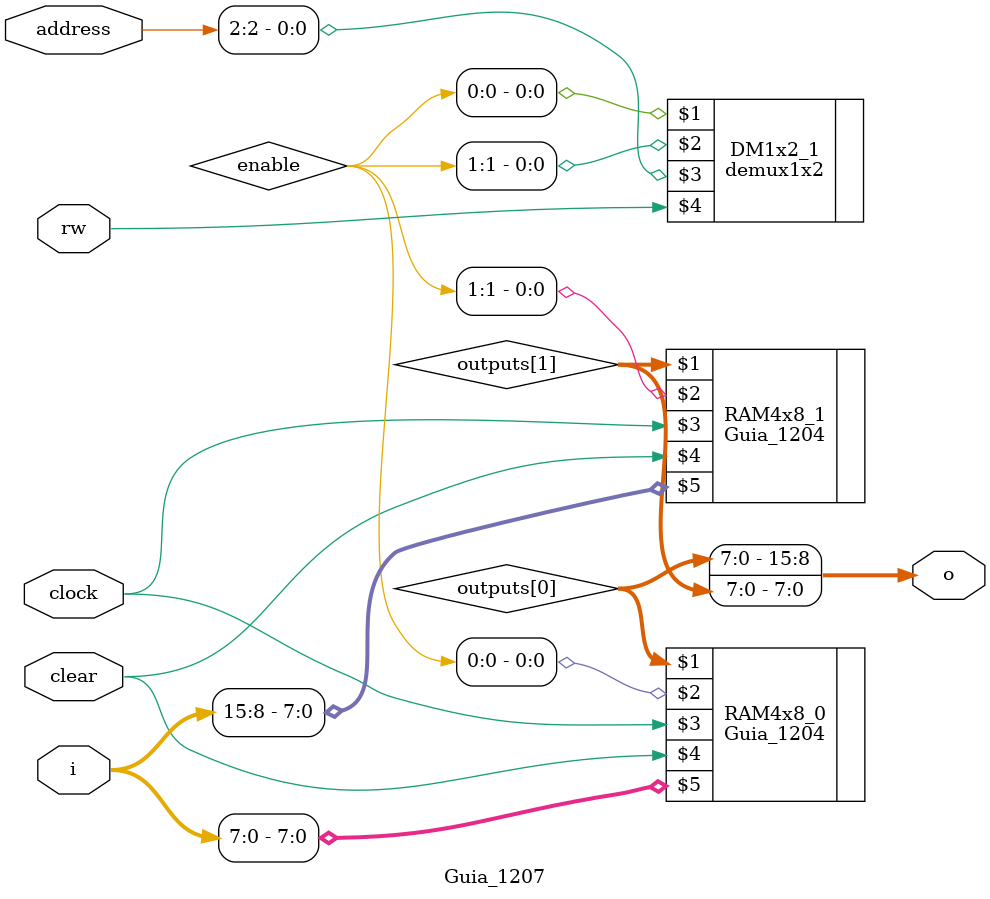
<source format=v>

`include "Guia_1204.v"  
`include "mux4x1.v"  
`include "demux1x2.v" 

module Guia_1207 (
    output [15:0] o,      
    input [2:0] address,  
    input rw,             
    input clock,          
    input clear,         
    input [15:0] i       
);

    wire [3:0] enable; 
    wire [7:0] outputs[0:1]; 

    demux1x2 DM1x2_1 (enable[0], enable[1], address[2], rw); 

    Guia_1204 RAM4x8_0 (
        outputs[0], enable[0], clock, clear, i[7:0] 
    );
    
    Guia_1204 RAM4x8_1 (
        outputs[1], enable[1], clock, clear, i[15:8] 
    );

    assign o = (address[2] == 0) ? {outputs[0], outputs[1]} : 
               (address[2] == 1) ? {outputs[0], outputs[1]} :
               (address[2] == 2) ? {outputs[0], outputs[1]} :
               (address[2] == 3) ? {outputs[0], outputs[1]} :
               (address[2] == 4) ? {outputs[0], outputs[1]} :
               (address[2] == 5) ? {outputs[0], outputs[1]} :
               (address[2] == 6) ? {outputs[0], outputs[1]} :
               {outputs[0], outputs[1]}; 

endmodule // ram8x16

</source>
